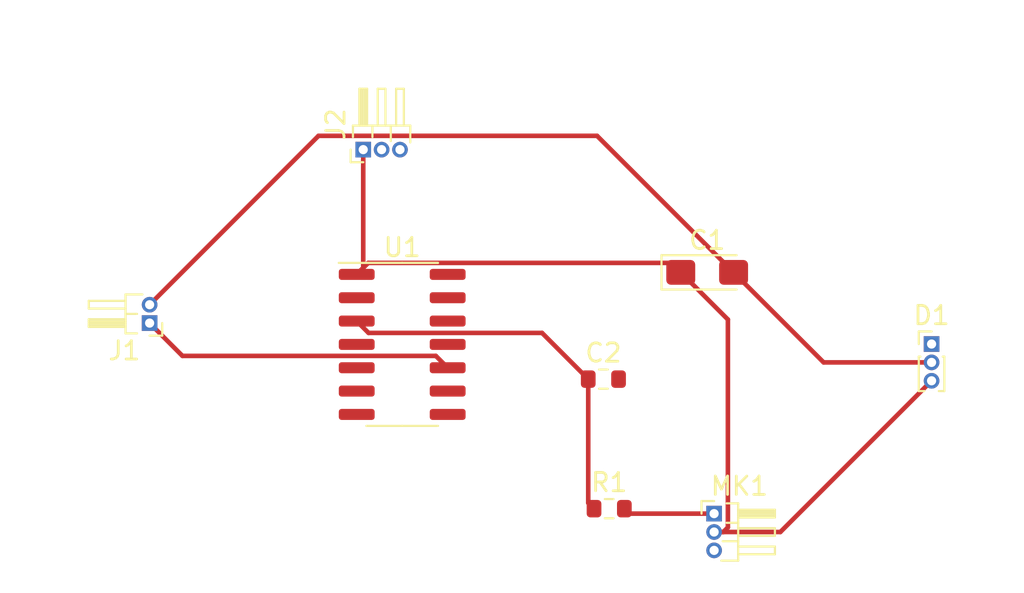
<source format=kicad_pcb>
(kicad_pcb (version 20211014) (generator pcbnew)
  (layers (0 "F.Cu" signal) (31 "B.Cu" signal) (34 "B.Paste" user) (35 "F.Paste" user) (36 "B.SilkS" user "B.Silkscreen") (37 "F.SilkS" user "F.Silkscreen") (38 "B.Mask" user) (39 "F.Mask" user) (44 "Edge.Cuts" user))
  (net 0 "")
  (net 2 "Net-(C2-Pad1)")
  (net 3 "Net-(D1-Pad4)")
  (net 9 "Net-(J1-Pad1)")
  (net 13 "VCC")
  (net 14 "GND")
  (net 16 "Net-(MK1-Pad1)")
  (footprint "Connector_PinHeader_1.00mm:PinHeader_1x03_P1.00mm_Horizontal" (layer "F.Cu") (at 142.505 78.17)
    (fp_text reference "MK1" (at 1.375 -1.5) (layer "F.SilkS"))
    (fp_text value "Microphone")
    (fp_line (start -0.685 0) (end -0.685 -0.685) (layer "F.SilkS") (width 0.12))
    (fp_line (start 3.31 0.79) (end 3.31 1.21) (layer "F.SilkS") (width 0.12))
    (fp_line (start 1.31 -0.21) (end 3.31 -0.21) (layer "F.SilkS") (width 0.12))
    (fp_line (start 1.31 0.09) (end 3.31 0.09) (layer "F.SilkS") (width 0.12))
    (fp_line (start 1.31 -0.15) (end 3.31 -0.15) (layer "F.SilkS") (width 0.12))
    (fp_line (start 1.31 -0.56) (end 1.31 2.56) (layer "F.SilkS") (width 0.12))
    (fp_line (start 3.31 0.21) (end 1.31 0.21) (layer "F.SilkS") (width 0.12))
    (fp_line (start 3.31 1.21) (end 1.31 1.21) (layer "F.SilkS") (width 0.12))
    (fp_line (start 3.31 1.79) (end 3.31 2.21) (layer "F.SilkS") (width 0.12))
    (fp_line (start 0.685 -0.56) (end 1.31 -0.56) (layer "F.SilkS") (width 0.12))
    (fp_line (start 1.31 -0.03) (end 3.31 -0.03) (layer "F.SilkS") (width 0.12))
    (fp_line (start 0.685 0.5) (end 1.31 0.5) (layer "F.SilkS") (width 0.12))
    (fp_line (start 1.31 0.79) (end 3.31 0.79) (layer "F.SilkS") (width 0.12))
    (fp_line (start -0.685 -0.685) (end 0 -0.685) (layer "F.SilkS") (width 0.12))
    (fp_line (start 1.31 1.79) (end 3.31 1.79) (layer "F.SilkS") (width 0.12))
    (fp_line (start 3.31 -0.21) (end 3.31 0.21) (layer "F.SilkS") (width 0.12))
    (fp_line (start 3.31 2.21) (end 1.31 2.21) (layer "F.SilkS") (width 0.12))
    (fp_line (start 0.468215 1.5) (end 1.31 1.5) (layer "F.SilkS") (width 0.12))
    (fp_line (start 1.31 2.56) (end 0.394493 2.56) (layer "F.SilkS") (width 0.12))
    (pad "1" thru_hole rect (at 0 0) (size 0.85 0.85) (drill 0.5) (layers *.Cu *.Mask) (net 16 "Net-(MK1-Pad1)"))
    (pad "2" thru_hole oval (at 0 1) (size 0.85 0.85) (drill 0.5) (layers *.Cu *.Mask) (net 13 "VCC"))
    (pad "3" thru_hole oval (at 0 2) (size 0.85 0.85) (drill 0.5) (layers *.Cu *.Mask))
  )
  (footprint "Resistor_SMD:R_0603_1608Metric" (layer "F.Cu") (at 136.795 77.9)
    (fp_text reference "R1" (at 0 -1.43) (layer "F.SilkS"))
    (fp_text value "R_US")
    (fp_line (start -0.237258 -0.5225) (end 0.237258 -0.5225) (layer "F.SilkS") (width 0.12))
    (fp_line (start -0.237258 0.5225) (end 0.237258 0.5225) (layer "F.SilkS") (width 0.12))
    (pad "1" smd roundrect (at -0.825 0) (size 0.8 0.95) (layers "F.Cu" "F.Paste" "F.Mask") (net 2 "Net-(C2-Pad1)"))
    (pad "2" smd roundrect (at 0.825 0) (size 0.8 0.95) (layers "F.Cu" "F.Paste" "F.Mask") (net 16 "Net-(MK1-Pad1)"))
  )
  (footprint "Resistor_SMD:R_0603_1608Metric" (layer "F.Cu") (at 136.48 70.85)
    (fp_text reference "C2" (at 0 -1.43) (layer "F.SilkS"))
    (fp_text value "C_Small")
    (fp_line (start -0.237258 0.5225) (end 0.237258 0.5225) (layer "F.SilkS") (width 0.12))
    (fp_line (start -0.237258 -0.5225) (end 0.237258 -0.5225) (layer "F.SilkS") (width 0.12))
    (pad "1" smd roundrect (at -0.825 0) (size 0.8 0.95) (layers "F.Cu" "F.Paste" "F.Mask") (net 2 "Net-(C2-Pad1)"))
    (pad "2" smd roundrect (at 0.825 0) (size 0.8 0.95) (layers "F.Cu" "F.Paste" "F.Mask"))
  )
  (footprint "Package_SO:SOIC-14_3.9x8.7mm_P1.27mm" (layer "F.Cu") (at 125.53 68.96)
    (fp_text reference "U1" (at 0 -5.28) (layer "F.SilkS"))
    (fp_text value "ATtiny1614-SS")
    (fp_line (start 0 -4.435) (end -3.45 -4.435) (layer "F.SilkS") (width 0.12))
    (fp_line (start 0 -4.435) (end 1.95 -4.435) (layer "F.SilkS") (width 0.12))
    (fp_line (start 0 4.435) (end -1.95 4.435) (layer "F.SilkS") (width 0.12))
    (fp_line (start 0 4.435) (end 1.95 4.435) (layer "F.SilkS") (width 0.12))
    (pad "1" smd roundrect (at -2.475 -3.81) (size 1.95 0.6) (layers "F.Cu" "F.Paste" "F.Mask") (net 13 "VCC"))
    (pad "2" smd roundrect (at -2.475 -2.54) (size 1.95 0.6) (layers "F.Cu" "F.Paste" "F.Mask"))
    (pad "3" smd roundrect (at -2.475 -1.27) (size 1.95 0.6) (layers "F.Cu" "F.Paste" "F.Mask") (net 2 "Net-(C2-Pad1)"))
    (pad "4" smd roundrect (at -2.475 0) (size 1.95 0.6) (layers "F.Cu" "F.Paste" "F.Mask") (net 3 "Net-(D1-Pad4)"))
    (pad "5" smd roundrect (at -2.475 1.27) (size 1.95 0.6) (layers "F.Cu" "F.Paste" "F.Mask"))
    (pad "6" smd roundrect (at -2.475 2.54) (size 1.95 0.6) (layers "F.Cu" "F.Paste" "F.Mask"))
    (pad "7" smd roundrect (at -2.475 3.81) (size 1.95 0.6) (layers "F.Cu" "F.Paste" "F.Mask"))
    (pad "8" smd roundrect (at 2.475 3.81) (size 1.95 0.6) (layers "F.Cu" "F.Paste" "F.Mask"))
    (pad "9" smd roundrect (at 2.475 2.54) (size 1.95 0.6) (layers "F.Cu" "F.Paste" "F.Mask"))
    (pad "10" smd roundrect (at 2.475 1.27) (size 1.95 0.6) (layers "F.Cu" "F.Paste" "F.Mask") (net 9 "Net-(J1-Pad1)"))
    (pad "11" smd roundrect (at 2.475 0) (size 1.95 0.6) (layers "F.Cu" "F.Paste" "F.Mask"))
    (pad "12" smd roundrect (at 2.475 -1.27) (size 1.95 0.6) (layers "F.Cu" "F.Paste" "F.Mask"))
    (pad "13" smd roundrect (at 2.475 -2.54) (size 1.95 0.6) (layers "F.Cu" "F.Paste" "F.Mask"))
    (pad "14" smd roundrect (at 2.475 -3.81) (size 1.95 0.6) (layers "F.Cu" "F.Paste" "F.Mask") (net 14 "GND"))
  )
  (footprint "Capacitor_Tantalum_SMD:CP_EIA-3216-12_Kemet-S_Pad1.58x1.35mm_HandSolder" (layer "F.Cu") (at 142.1275 65.04)
    (fp_text reference "C1" (at 0 -1.75) (layer "F.SilkS"))
    (fp_text value "C_Polarized")
    (fp_line (start -2.485 -0.935) (end -2.485 0.935) (layer "F.SilkS") (width 0.12))
    (fp_line (start 1.6 -0.935) (end -2.485 -0.935) (layer "F.SilkS") (width 0.12))
    (fp_line (start -2.485 0.935) (end 1.6 0.935) (layer "F.SilkS") (width 0.12))
    (pad "1" smd roundrect (at -1.4375 0) (size 1.575 1.35) (layers "F.Cu" "F.Paste" "F.Mask") (roundrect_rratio 0.1851851852) (net 13 "VCC"))
    (pad "2" smd roundrect (at 1.4375 0) (size 1.575 1.35) (layers "F.Cu" "F.Paste" "F.Mask") (roundrect_rratio 0.1851851852) (net 14 "GND"))
  )
  (footprint "Connector_PinHeader_1.00mm:PinHeader_1x02_P1.00mm_Horizontal" (layer "F.Cu") (at 111.785 67.8 180)
    (fp_text reference "J1" (at 1.375 -1.5) (layer "F.SilkS"))
    (fp_text value "Conn_01x02_Male")
    (fp_line (start 1.31 -0.15) (end 3.31 -0.15) (layer "F.SilkS") (width 0.12))
    (fp_line (start 3.31 0.21) (end 1.31 0.21) (layer "F.SilkS") (width 0.12))
    (fp_line (start 3.31 -0.21) (end 3.31 0.21) (layer "F.SilkS") (width 0.12))
    (fp_line (start 1.31 -0.03) (end 3.31 -0.03) (layer "F.SilkS") (width 0.12))
    (fp_line (start -0.685 0) (end -0.685 -0.685) (layer "F.SilkS") (width 0.12))
    (fp_line (start 0.685 0.5) (end 1.31 0.5) (layer "F.SilkS") (width 0.12))
    (fp_line (start 1.31 -0.56) (end 1.31 1.56) (layer "F.SilkS") (width 0.12))
    (fp_line (start 1.31 0.79) (end 3.31 0.79) (layer "F.SilkS") (width 0.12))
    (fp_line (start 1.31 -0.21) (end 3.31 -0.21) (layer "F.SilkS") (width 0.12))
    (fp_line (start 3.31 0.79) (end 3.31 1.21) (layer "F.SilkS") (width 0.12))
    (fp_line (start 3.31 1.21) (end 1.31 1.21) (layer "F.SilkS") (width 0.12))
    (fp_line (start -0.685 -0.685) (end 0 -0.685) (layer "F.SilkS") (width 0.12))
    (fp_line (start 1.31 1.56) (end 0.394493 1.56) (layer "F.SilkS") (width 0.12))
    (fp_line (start 1.31 0.09) (end 3.31 0.09) (layer "F.SilkS") (width 0.12))
    (fp_line (start 0.685 -0.56) (end 1.31 -0.56) (layer "F.SilkS") (width 0.12))
    (pad "1" thru_hole rect (at 0 0 180) (size 0.85 0.85) (drill 0.5) (layers *.Cu *.Mask) (net 9 "Net-(J1-Pad1)"))
    (pad "2" thru_hole oval (at 0 1 180) (size 0.85 0.85) (drill 0.5) (layers *.Cu *.Mask) (net 14 "GND"))
  )
  (footprint "Connector_PinHeader_1.00mm:PinHeader_1x03_P1.00mm_Vertical" (layer "F.Cu") (at 154.34 68.94)
    (fp_text reference "D1" (at 0 -1.56) (layer "F.SilkS"))
    (fp_text value "NeoPixel_THT")
    (fp_line (start -0.695 0) (end -0.695 -0.685) (layer "F.SilkS") (width 0.12))
    (fp_line (start 0.695 0.685) (end 0.695 2.56) (layer "F.SilkS") (width 0.12))
    (fp_line (start 0.394493 2.56) (end 0.695 2.56) (layer "F.SilkS") (width 0.12))
    (fp_line (start -0.695 0.685) (end -0.695 2.56) (layer "F.SilkS") (width 0.12))
    (fp_line (start -0.695 -0.685) (end 0 -0.685) (layer "F.SilkS") (width 0.12))
    (fp_line (start -0.695 0.685) (end -0.608276 0.685) (layer "F.SilkS") (width 0.12))
    (fp_line (start 0.608276 0.685) (end 0.695 0.685) (layer "F.SilkS") (width 0.12))
    (fp_line (start -0.695 2.56) (end -0.394493 2.56) (layer "F.SilkS") (width 0.12))
    (pad "1" thru_hole rect (at 0 0) (size 0.85 0.85) (drill 0.5) (layers *.Cu *.Mask))
    (pad "2" thru_hole oval (at 0 1) (size 0.85 0.85) (drill 0.5) (layers *.Cu *.Mask) (net 14 "GND"))
    (pad "3" thru_hole oval (at 0 2) (size 0.85 0.85) (drill 0.5) (layers *.Cu *.Mask) (net 13 "VCC"))
  )
  (footprint "Connector_PinHeader_1.00mm:PinHeader_1x03_P1.00mm_Horizontal" (layer "F.Cu") (at 123.41 58.36 90)
    (fp_text reference "J2" (at 1.375 -1.5 90) (layer "F.SilkS"))
    (fp_text value "Conn_01x03_Male")
    (fp_line (start -0.685 -0.685) (end 0 -0.685) (layer "F.SilkS") (width 0.12))
    (fp_line (start 3.31 0.79) (end 3.31 1.21) (layer "F.SilkS") (width 0.12))
    (fp_line (start 3.31 1.21) (end 1.31 1.21) (layer "F.SilkS") (width 0.12))
    (fp_line (start 1.31 -0.21) (end 3.31 -0.21) (layer "F.SilkS") (width 0.12))
    (fp_line (start -0.685 0) (end -0.685 -0.685) (layer "F.SilkS") (width 0.12))
    (fp_line (start 1.31 1.79) (end 3.31 1.79) (layer "F.SilkS") (width 0.12))
    (fp_line (start 1.31 -0.56) (end 1.31 2.56) (layer "F.SilkS") (width 0.12))
    (fp_line (start 0.468215 1.5) (end 1.31 1.5) (layer "F.SilkS") (width 0.12))
    (fp_line (start 1.31 2.56) (end 0.394493 2.56) (layer "F.SilkS") (width 0.12))
    (fp_line (start 1.31 0.09) (end 3.31 0.09) (layer "F.SilkS") (width 0.12))
    (fp_line (start 0.685 -0.56) (end 1.31 -0.56) (layer "F.SilkS") (width 0.12))
    (fp_line (start 1.31 0.79) (end 3.31 0.79) (layer "F.SilkS") (width 0.12))
    (fp_line (start 3.31 1.79) (end 3.31 2.21) (layer "F.SilkS") (width 0.12))
    (fp_line (start 1.31 -0.15) (end 3.31 -0.15) (layer "F.SilkS") (width 0.12))
    (fp_line (start 3.31 -0.21) (end 3.31 0.21) (layer "F.SilkS") (width 0.12))
    (fp_line (start 1.31 -0.03) (end 3.31 -0.03) (layer "F.SilkS") (width 0.12))
    (fp_line (start 3.31 2.21) (end 1.31 2.21) (layer "F.SilkS") (width 0.12))
    (fp_line (start 0.685 0.5) (end 1.31 0.5) (layer "F.SilkS") (width 0.12))
    (fp_line (start 3.31 0.21) (end 1.31 0.21) (layer "F.SilkS") (width 0.12))
    (pad "1" thru_hole rect (at 0 0 90) (size 0.85 0.85) (drill 0.5) (layers *.Cu *.Mask) (net 13 "VCC"))
    (pad "2" thru_hole oval (at 0 1 90) (size 0.85 0.85) (drill 0.5) (layers *.Cu *.Mask) (net 3 "Net-(D1-Pad4)"))
    (pad "3" thru_hole oval (at 0 2 90) (size 0.85 0.85) (drill 0.5) (layers *.Cu *.Mask) (net 14 "GND"))
  )
  (segment (start 123.055 67.69) (end 123.7 68.335) (width 0.25) (layer "F.Cu") (net 2))
  (segment (start 123.7 68.335) (end 133.14 68.335) (width 0.25) (layer "F.Cu") (net 2))
  (segment (start 135.655 77.585) (end 135.97 77.9) (width 0.25) (layer "F.Cu") (net 2))
  (segment (start 133.14 68.335) (end 135.655 70.85) (width 0.25) (layer "F.Cu") (net 2))
  (segment (start 135.655 70.85) (end 135.655 77.585) (width 0.25) (layer "F.Cu") (net 2))
  (segment (start 127.36 69.585) (end 128.005 70.23) (width 0.25) (layer "F.Cu") (net 9))
  (segment (start 111.785 67.8) (end 113.57 69.585) (width 0.25) (layer "F.Cu") (net 9))
  (segment (start 113.57 69.585) (end 127.36 69.585) (width 0.25) (layer "F.Cu") (net 9))
  (segment (start 123.68 64.525) (end 123.055 65.15) (width 0.25) (layer "F.Cu") (net 13))
  (segment (start 143.255 78.92) (end 143.255 67.605) (width 0.25) (layer "F.Cu") (net 13))
  (segment (start 143.255 67.605) (end 140.69 65.04) (width 0.25) (layer "F.Cu") (net 13))
  (segment (start 123.41 64.795) (end 123.055 65.15) (width 0.25) (layer "F.Cu") (net 13))
  (segment (start 123.41 58.36) (end 123.41 64.795) (width 0.25) (layer "F.Cu") (net 13))
  (segment (start 140.175 64.525) (end 123.68 64.525) (width 0.25) (layer "F.Cu") (net 13))
  (segment (start 140.69 65.04) (end 140.175 64.525) (width 0.25) (layer "F.Cu") (net 13))
  (segment (start 142.505 79.17) (end 146.11 79.17) (width 0.25) (layer "F.Cu") (net 13))
  (segment (start 142.505 79.17) (end 143.005 79.17) (width 0.25) (layer "F.Cu") (net 13))
  (segment (start 146.11 79.17) (end 154.34 70.94) (width 0.25) (layer "F.Cu") (net 13))
  (segment (start 143.005 79.17) (end 143.255 78.92) (width 0.25) (layer "F.Cu") (net 13))
  (segment (start 148.465 69.94) (end 143.565 65.04) (width 0.25) (layer "F.Cu") (net 14))
  (segment (start 111.785 66.8) (end 120.975 57.61) (width 0.25) (layer "F.Cu") (net 14))
  (segment (start 154.34 69.94) (end 148.465 69.94) (width 0.25) (layer "F.Cu") (net 14))
  (segment (start 120.975 57.61) (end 136.135 57.61) (width 0.25) (layer "F.Cu") (net 14))
  (segment (start 136.135 57.61) (end 143.565 65.04) (width 0.25) (layer "F.Cu") (net 14))
  (segment (start 137.62 77.9) (end 137.89 78.17) (width 0.25) (layer "F.Cu") (net 16))
  (segment (start 137.89 78.17) (end 142.505 78.17) (width 0.25) (layer "F.Cu") (net 16))
)
</source>
